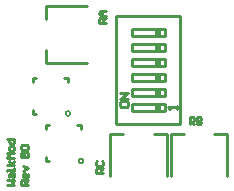
<source format=gto>
G04*
G04 #@! TF.GenerationSoftware,Altium Limited,Altium Designer,22.2.1 (43)*
G04*
G04 Layer_Color=65535*
%FSLAX44Y44*%
%MOMM*%
G71*
G04*
G04 #@! TF.SameCoordinates,672CECB2-DF13-49BD-9E49-C01950E57CCB*
G04*
G04*
G04 #@! TF.FilePolarity,Positive*
G04*
G01*
G75*
%ADD10C,0.2000*%
%ADD11C,0.2540*%
%ADD12R,0.5000X0.6000*%
D10*
X57000Y64000D02*
G03*
X57000Y64000I-2000J0D01*
G01*
X68000Y24000D02*
G03*
X68000Y24000I-2000J0D01*
G01*
D11*
X96000Y146950D02*
X150000D01*
X109000Y129750D02*
Y135750D01*
X137000D01*
X96000Y55050D02*
X150000D01*
X137000Y66250D02*
Y72250D01*
X109000Y78950D02*
X137000D01*
X109000Y66250D02*
Y72250D01*
X137000D01*
X109000Y66250D02*
X137000D01*
X150000Y55050D02*
Y146950D01*
X137000Y78950D02*
Y84950D01*
Y91650D02*
Y97650D01*
Y129750D02*
Y135750D01*
Y104350D02*
Y110350D01*
Y117050D02*
Y123050D01*
X109000Y78950D02*
Y84950D01*
X96000Y55050D02*
Y146950D01*
X109000Y91650D02*
Y97650D01*
Y84950D02*
X137000D01*
X109000Y97650D02*
X137000D01*
X109000Y91650D02*
X137000D01*
X109000Y104350D02*
Y110350D01*
X137000D01*
X109000Y104350D02*
X137000D01*
X109000Y117050D02*
Y123050D01*
X137000D01*
X109000Y117050D02*
X137000D01*
X109000Y129750D02*
X137000D01*
X25000Y64000D02*
Y67000D01*
Y64000D02*
X28000D01*
X25000Y94000D02*
X28000D01*
X25000Y91000D02*
Y94000D01*
X55000Y91000D02*
Y94000D01*
X52000D02*
X55000D01*
X36000Y24000D02*
X39000D01*
X36000D02*
Y27000D01*
Y51000D02*
Y54000D01*
X39000D01*
X63000D02*
X66000D01*
Y51000D02*
Y54000D01*
X36500Y155000D02*
X71500D01*
X36500Y107000D02*
X71500D01*
X36500Y144000D02*
Y155000D01*
Y107000D02*
Y118000D01*
X139000Y11500D02*
Y46500D01*
X91000Y11500D02*
Y46500D01*
X128000D02*
X139000D01*
X91000D02*
X102000D01*
X190000Y11500D02*
Y46500D01*
X142000Y11500D02*
Y46500D01*
X179000D02*
X190000D01*
X142000D02*
X153000D01*
X146960Y68040D02*
Y70373D01*
Y69206D01*
X139962D01*
X141129Y68040D01*
X98962Y73039D02*
Y70706D01*
X100129Y69540D01*
X104794D01*
X105960Y70706D01*
Y73039D01*
X104794Y74205D01*
X100129D01*
X98962Y73039D01*
X105960Y76538D02*
X98962D01*
X105960Y81203D01*
X98962D01*
X3462Y3540D02*
X9460D01*
X7461Y5539D01*
X9460Y7539D01*
X3462D01*
X5461Y10538D02*
Y12537D01*
X6461Y13537D01*
X9460D01*
Y10538D01*
X8460Y9538D01*
X7461Y10538D01*
Y13537D01*
X9460Y15536D02*
Y17535D01*
Y16536D01*
X3462D01*
Y15536D01*
X9460Y20535D02*
X3462D01*
X7461D02*
X5461Y23533D01*
X7461Y20535D02*
X9460Y23533D01*
Y26532D02*
X3462D01*
X5461Y28532D01*
X3462Y30531D01*
X9460D01*
Y33530D02*
Y35530D01*
X8460Y36529D01*
X6461D01*
X5461Y35530D01*
Y33530D01*
X6461Y32531D01*
X8460D01*
X9460Y33530D01*
X3462Y42527D02*
X9460D01*
Y39528D01*
X8460Y38529D01*
X6461D01*
X5461Y39528D01*
Y42527D01*
X20960Y3540D02*
X14962D01*
Y6539D01*
X15962Y7539D01*
X17961D01*
X18961Y6539D01*
Y3540D01*
Y5539D02*
X20960Y7539D01*
Y12537D02*
Y10538D01*
X19960Y9538D01*
X17961D01*
X16961Y10538D01*
Y12537D01*
X17961Y13537D01*
X18961D01*
Y9538D01*
X16961Y15536D02*
X20960Y17536D01*
X16961Y19535D01*
X14962Y27532D02*
X20960D01*
Y30531D01*
X19960Y31531D01*
X18961D01*
X17961Y30531D01*
Y27532D01*
Y30531D01*
X16961Y31531D01*
X15962D01*
X14962Y30531D01*
Y27532D01*
X15962Y33530D02*
X14962Y34530D01*
Y36529D01*
X15962Y37529D01*
X19960D01*
X20960Y36529D01*
Y34530D01*
X19960Y33530D01*
X15962D01*
X84999Y14002D02*
X79001D01*
Y17001D01*
X80001Y18000D01*
X82000D01*
X83000Y17001D01*
Y14002D01*
Y16001D02*
X84999Y18000D01*
X80001Y23998D02*
X79001Y22999D01*
Y20999D01*
X80001Y20000D01*
X83999D01*
X84999Y20999D01*
Y22999D01*
X83999Y23998D01*
X86999Y141002D02*
X81001D01*
Y144001D01*
X82001Y145000D01*
X84000D01*
X85000Y144001D01*
Y141002D01*
Y143001D02*
X86999Y145000D01*
Y147000D02*
X83000D01*
X81001Y148999D01*
X83000Y150998D01*
X86999D01*
X84000D01*
Y147000D01*
X158002Y55001D02*
Y60999D01*
X161001D01*
X162000Y59999D01*
Y58000D01*
X161001Y57000D01*
X158002D01*
X160001D02*
X162000Y55001D01*
X164000Y60999D02*
Y55001D01*
X166999D01*
X167998Y56001D01*
Y57000D01*
X166999Y58000D01*
X164000D01*
X166999D01*
X167998Y59000D01*
Y59999D01*
X166999Y60999D01*
X164000D01*
D12*
X131500Y94650D02*
D03*
Y107350D02*
D03*
Y120050D02*
D03*
Y132750D02*
D03*
Y69250D02*
D03*
Y81950D02*
D03*
M02*

</source>
